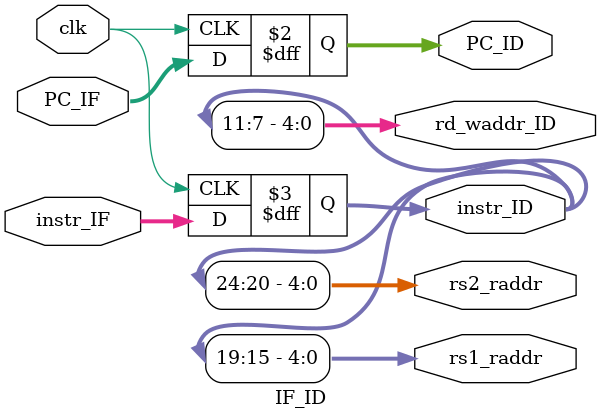
<source format=v>
module IF_ID(
    input clk,
    input [31:0] PC_IF,
    input [31:0] instr_IF,
    output reg [31:0] PC_ID,
    output reg [31:0] instr_ID,
    output [4:0] rs1_raddr,
    output [4:0] rs2_raddr,
    output [4:0] rd_waddr_ID
);

assign rs1_raddr = instr_ID[19:15];
assign rs2_raddr = instr_ID[24:20];
assign rd_waddr_ID = instr_ID[11:7];

always@(posedge clk) begin
    PC_ID <= PC_IF;
    instr_ID <= instr_IF;
end

endmodule
</source>
